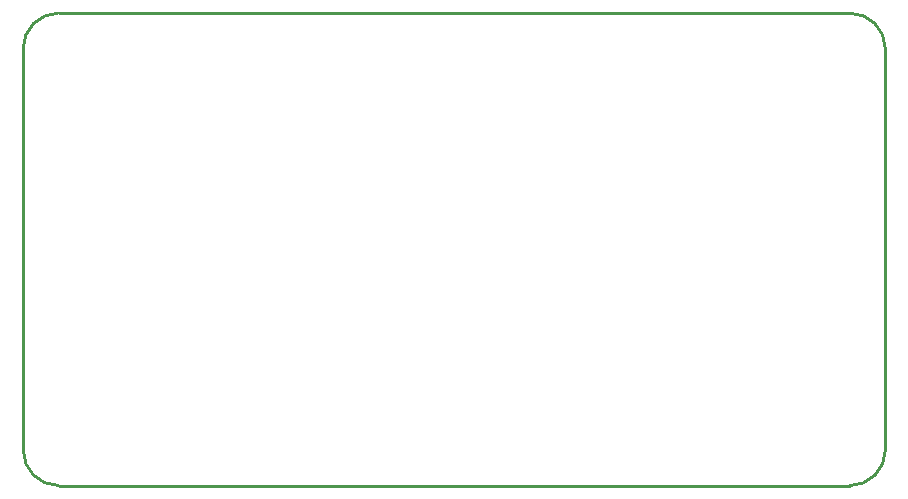
<source format=gko>
G04 Layer: BoardOutline*
G04 EasyEDA v6.4.25, 2022-02-05T09:57:48+11:00*
G04 a67cddfb3fce44daa9051d46cbbcc19f,10*
G04 Gerber Generator version 0.2*
G04 Scale: 100 percent, Rotated: No, Reflected: No *
G04 Dimensions in millimeters *
G04 leading zeros omitted , absolute positions ,4 integer and 5 decimal *
%FSLAX45Y45*%
%MOMM*%

%ADD10C,0.2540*%
D10*
X0Y299999D02*
G01*
X0Y3700000D01*
X7000001Y0D02*
G01*
X299999Y0D01*
X7300000Y3700000D02*
G01*
X7300000Y299999D01*
X299999Y3999999D02*
G01*
X7000001Y3999999D01*
G75*
G01*
X7000001Y4000000D02*
G02*
X7300001Y3700000I0J-300000D01*
G75*
G01*
X7300001Y299999D02*
G02*
X7000001Y0I-300000J0D01*
G75*
G01*
X299999Y0D02*
G02*
X0Y299999I0J299999D01*
G75*
G01*
X0Y3700000D02*
G02*
X299999Y4000000I299999J0D01*

%LPD*%
M02*

</source>
